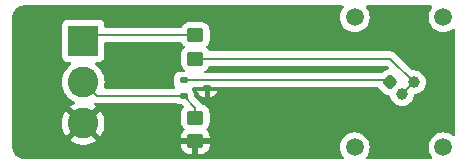
<source format=gbr>
%TF.GenerationSoftware,KiCad,Pcbnew,7.0.11-7.0.11~ubuntu22.04.1*%
%TF.CreationDate,2024-03-26T13:02:59+01:00*%
%TF.ProjectId,lasersender,6c617365-7273-4656-9e64-65722e6b6963,rev?*%
%TF.SameCoordinates,Original*%
%TF.FileFunction,Copper,L1,Top*%
%TF.FilePolarity,Positive*%
%FSLAX46Y46*%
G04 Gerber Fmt 4.6, Leading zero omitted, Abs format (unit mm)*
G04 Created by KiCad (PCBNEW 7.0.11-7.0.11~ubuntu22.04.1) date 2024-03-26 13:02:59*
%MOMM*%
%LPD*%
G01*
G04 APERTURE LIST*
G04 Aperture macros list*
%AMRoundRect*
0 Rectangle with rounded corners*
0 $1 Rounding radius*
0 $2 $3 $4 $5 $6 $7 $8 $9 X,Y pos of 4 corners*
0 Add a 4 corners polygon primitive as box body*
4,1,4,$2,$3,$4,$5,$6,$7,$8,$9,$2,$3,0*
0 Add four circle primitives for the rounded corners*
1,1,$1+$1,$2,$3*
1,1,$1+$1,$4,$5*
1,1,$1+$1,$6,$7*
1,1,$1+$1,$8,$9*
0 Add four rect primitives between the rounded corners*
20,1,$1+$1,$2,$3,$4,$5,0*
20,1,$1+$1,$4,$5,$6,$7,0*
20,1,$1+$1,$6,$7,$8,$9,0*
20,1,$1+$1,$8,$9,$2,$3,0*%
G04 Aperture macros list end*
%TA.AperFunction,SMDPad,CuDef*%
%ADD10RoundRect,0.112500X-0.237500X0.112500X-0.237500X-0.112500X0.237500X-0.112500X0.237500X0.112500X0*%
%TD*%
%TA.AperFunction,SMDPad,CuDef*%
%ADD11RoundRect,0.250000X-0.450000X0.350000X-0.450000X-0.350000X0.450000X-0.350000X0.450000X0.350000X0*%
%TD*%
%TA.AperFunction,ComponentPad*%
%ADD12RoundRect,0.250000X0.000000X-0.353553X0.353553X0.000000X0.000000X0.353553X-0.353553X0.000000X0*%
%TD*%
%TA.AperFunction,ComponentPad*%
%ADD13C,1.000000*%
%TD*%
%TA.AperFunction,ComponentPad*%
%ADD14R,2.600000X2.600000*%
%TD*%
%TA.AperFunction,ComponentPad*%
%ADD15C,2.600000*%
%TD*%
%TA.AperFunction,ViaPad*%
%ADD16C,0.600000*%
%TD*%
%TA.AperFunction,ViaPad*%
%ADD17C,1.500000*%
%TD*%
%TA.AperFunction,Conductor*%
%ADD18C,0.200000*%
%TD*%
G04 APERTURE END LIST*
D10*
%TO.P,Q1,1,D*%
%TO.N,Net-(Q1-D)*%
X123000000Y-94850000D03*
%TO.P,Q1,2,G*%
%TO.N,Net-(J1-Pin_2)*%
X123000000Y-96150000D03*
%TO.P,Q1,3,S*%
%TO.N,GND*%
X125000000Y-95500000D03*
%TD*%
D11*
%TO.P,R2,1*%
%TO.N,Net-(J1-Pin_2)*%
X124000000Y-98000000D03*
%TO.P,R2,2*%
%TO.N,GND*%
X124000000Y-100000000D03*
%TD*%
%TO.P,R1,1*%
%TO.N,+5V*%
X124000000Y-91000000D03*
%TO.P,R1,2*%
%TO.N,Net-(LD1-Pad2)*%
X124000000Y-93000000D03*
%TD*%
D12*
%TO.P,LD1,1*%
%TO.N,Net-(Q1-D)*%
X140500000Y-95000000D03*
D13*
%TO.P,LD1,2*%
%TO.N,Net-(LD1-Pad2)*%
X141500000Y-96000000D03*
%TO.P,LD1,3*%
X142500000Y-95000000D03*
%TD*%
D14*
%TO.P,J1,1,Pin_1*%
%TO.N,+5V*%
X114500000Y-91500000D03*
D15*
%TO.P,J1,2,Pin_2*%
%TO.N,Net-(J1-Pin_2)*%
X114500000Y-95000000D03*
%TO.P,J1,3,Pin_3*%
%TO.N,GND*%
X114500000Y-98500000D03*
%TD*%
D16*
%TO.N,GND*%
X135500000Y-94000000D03*
X121000000Y-93500000D03*
D17*
%TO.N,*%
X145000000Y-89500000D03*
X137500000Y-89500000D03*
X145000000Y-100500000D03*
X137500000Y-100500000D03*
%TD*%
D18*
%TO.N,Net-(J1-Pin_2)*%
X124000000Y-98000000D02*
X124000000Y-97150000D01*
X124000000Y-97150000D02*
X123000000Y-96150000D01*
%TO.N,Net-(LD1-Pad2)*%
X124000000Y-93000000D02*
X140500000Y-93000000D01*
X140500000Y-93000000D02*
X142500000Y-95000000D01*
%TO.N,+5V*%
X124000000Y-91000000D02*
X115000000Y-91000000D01*
X115000000Y-91000000D02*
X114500000Y-91500000D01*
%TO.N,Net-(J1-Pin_2)*%
X123000000Y-96150000D02*
X115650000Y-96150000D01*
X115650000Y-96150000D02*
X114500000Y-95000000D01*
%TO.N,Net-(Q1-D)*%
X140500000Y-95000000D02*
X140350000Y-94850000D01*
X140350000Y-94850000D02*
X123000000Y-94850000D01*
%TO.N,Net-(LD1-Pad2)*%
X142500000Y-95000000D02*
X141500000Y-96000000D01*
%TO.N,+5V*%
X115500000Y-90500000D02*
X114500000Y-91500000D01*
%TD*%
%TA.AperFunction,Conductor*%
%TO.N,GND*%
G36*
X122821131Y-91620185D02*
G01*
X122859636Y-91664271D01*
X122861395Y-91663187D01*
X122865185Y-91669331D01*
X122865186Y-91669334D01*
X122957288Y-91818656D01*
X122957289Y-91818657D01*
X123050951Y-91912319D01*
X123084436Y-91973642D01*
X123079452Y-92043334D01*
X123050951Y-92087681D01*
X122957289Y-92181342D01*
X122865187Y-92330663D01*
X122865185Y-92330668D01*
X122844094Y-92394318D01*
X122810001Y-92497203D01*
X122810001Y-92497204D01*
X122810000Y-92497204D01*
X122799500Y-92599983D01*
X122799500Y-93400001D01*
X122799501Y-93400019D01*
X122810000Y-93502796D01*
X122810001Y-93502799D01*
X122865185Y-93669331D01*
X122865187Y-93669336D01*
X122957289Y-93818657D01*
X123051451Y-93912819D01*
X123084936Y-93974142D01*
X123079952Y-94043834D01*
X123038080Y-94099767D01*
X122972616Y-94124184D01*
X122963770Y-94124500D01*
X122700606Y-94124500D01*
X122700584Y-94124501D01*
X122665847Y-94127234D01*
X122665844Y-94127235D01*
X122517113Y-94170445D01*
X122517111Y-94170445D01*
X122517111Y-94170446D01*
X122383805Y-94249282D01*
X122383796Y-94249289D01*
X122274289Y-94358796D01*
X122274282Y-94358805D01*
X122195446Y-94492111D01*
X122152234Y-94640847D01*
X122152234Y-94640849D01*
X122149500Y-94675589D01*
X122149500Y-95024393D01*
X122149501Y-95024415D01*
X122152234Y-95059152D01*
X122152234Y-95059155D01*
X122152235Y-95059156D01*
X122195445Y-95207887D01*
X122195446Y-95207888D01*
X122274282Y-95341194D01*
X122279068Y-95347364D01*
X122276994Y-95348971D01*
X122304390Y-95399142D01*
X122299406Y-95468834D01*
X122257534Y-95524767D01*
X122192070Y-95549184D01*
X122183224Y-95549500D01*
X116376876Y-95549500D01*
X116309837Y-95529815D01*
X116264082Y-95477011D01*
X116254138Y-95407853D01*
X116255985Y-95397908D01*
X116285383Y-95269103D01*
X116285383Y-95269101D01*
X116290852Y-95196129D01*
X116301116Y-95059152D01*
X116305549Y-95000004D01*
X116305549Y-94999995D01*
X116285383Y-94730898D01*
X116285383Y-94730897D01*
X116225334Y-94467805D01*
X116126743Y-94216602D01*
X115991815Y-93982898D01*
X115823561Y-93771915D01*
X115823560Y-93771914D01*
X115823557Y-93771910D01*
X115625741Y-93588365D01*
X115625737Y-93588362D01*
X115535663Y-93526950D01*
X115491363Y-93472924D01*
X115483304Y-93403521D01*
X115514047Y-93340778D01*
X115573831Y-93304616D01*
X115605517Y-93300499D01*
X115847871Y-93300499D01*
X115847872Y-93300499D01*
X115907483Y-93294091D01*
X116042331Y-93243796D01*
X116157546Y-93157546D01*
X116243796Y-93042331D01*
X116294091Y-92907483D01*
X116300500Y-92847873D01*
X116300500Y-91724500D01*
X116320185Y-91657461D01*
X116372989Y-91611706D01*
X116424500Y-91600500D01*
X122754092Y-91600500D01*
X122821131Y-91620185D01*
G37*
%TD.AperFunction*%
%TA.AperFunction,Conductor*%
G36*
X140266942Y-93620185D02*
G01*
X140287584Y-93636819D01*
X140363853Y-93713088D01*
X140397338Y-93774411D01*
X140392354Y-93844103D01*
X140350482Y-93900036D01*
X140304771Y-93921426D01*
X140241564Y-93936407D01*
X140084784Y-94015145D01*
X140084778Y-94015149D01*
X140004689Y-94080391D01*
X140004671Y-94080407D01*
X139871898Y-94213181D01*
X139810575Y-94246666D01*
X139784217Y-94249500D01*
X124858511Y-94249500D01*
X124791472Y-94229815D01*
X124745717Y-94177011D01*
X124735773Y-94107853D01*
X124764798Y-94044297D01*
X124793412Y-94019962D01*
X124918656Y-93942712D01*
X125042712Y-93818656D01*
X125134814Y-93669334D01*
X125134815Y-93669331D01*
X125138605Y-93663187D01*
X125140399Y-93664293D01*
X125179687Y-93619663D01*
X125245908Y-93600500D01*
X140199903Y-93600500D01*
X140266942Y-93620185D01*
G37*
%TD.AperFunction*%
%TA.AperFunction,Conductor*%
G36*
X136502115Y-88520185D02*
G01*
X136547870Y-88572989D01*
X136557814Y-88642147D01*
X136536651Y-88695623D01*
X136412900Y-88872357D01*
X136412898Y-88872361D01*
X136320426Y-89070668D01*
X136320422Y-89070677D01*
X136263793Y-89282020D01*
X136263793Y-89282024D01*
X136244723Y-89499997D01*
X136244723Y-89500002D01*
X136263793Y-89717975D01*
X136263793Y-89717979D01*
X136320422Y-89929322D01*
X136320424Y-89929326D01*
X136320425Y-89929330D01*
X136366661Y-90028484D01*
X136412897Y-90127638D01*
X136412898Y-90127639D01*
X136538402Y-90306877D01*
X136693123Y-90461598D01*
X136872361Y-90587102D01*
X137070670Y-90679575D01*
X137282023Y-90736207D01*
X137464926Y-90752208D01*
X137499998Y-90755277D01*
X137500000Y-90755277D01*
X137500002Y-90755277D01*
X137528254Y-90752805D01*
X137717977Y-90736207D01*
X137929330Y-90679575D01*
X138127639Y-90587102D01*
X138306877Y-90461598D01*
X138461598Y-90306877D01*
X138587102Y-90127639D01*
X138679575Y-89929330D01*
X138736207Y-89717977D01*
X138752805Y-89528254D01*
X138755277Y-89500002D01*
X138755277Y-89499997D01*
X138751569Y-89457618D01*
X138736207Y-89282023D01*
X138700381Y-89148318D01*
X138679577Y-89070677D01*
X138679576Y-89070676D01*
X138679575Y-89070670D01*
X138587102Y-88872362D01*
X138587100Y-88872359D01*
X138587099Y-88872357D01*
X138463349Y-88695623D01*
X138441022Y-88629417D01*
X138458032Y-88561650D01*
X138508980Y-88513837D01*
X138564924Y-88500500D01*
X143935076Y-88500500D01*
X144002115Y-88520185D01*
X144047870Y-88572989D01*
X144057814Y-88642147D01*
X144036651Y-88695623D01*
X143912900Y-88872357D01*
X143912898Y-88872361D01*
X143820426Y-89070668D01*
X143820422Y-89070677D01*
X143763793Y-89282020D01*
X143763793Y-89282024D01*
X143744723Y-89499997D01*
X143744723Y-89500002D01*
X143763793Y-89717975D01*
X143763793Y-89717979D01*
X143820422Y-89929322D01*
X143820424Y-89929326D01*
X143820425Y-89929330D01*
X143866661Y-90028484D01*
X143912897Y-90127638D01*
X143912898Y-90127639D01*
X144038402Y-90306877D01*
X144193123Y-90461598D01*
X144372361Y-90587102D01*
X144570670Y-90679575D01*
X144782023Y-90736207D01*
X144964926Y-90752208D01*
X144999998Y-90755277D01*
X145000000Y-90755277D01*
X145000002Y-90755277D01*
X145028254Y-90752805D01*
X145217977Y-90736207D01*
X145429330Y-90679575D01*
X145627639Y-90587102D01*
X145804379Y-90463346D01*
X145870582Y-90441020D01*
X145938349Y-90458030D01*
X145986162Y-90508977D01*
X145999500Y-90564922D01*
X145999500Y-99435077D01*
X145979815Y-99502116D01*
X145927011Y-99547871D01*
X145857853Y-99557815D01*
X145804380Y-99536653D01*
X145627639Y-99412898D01*
X145627640Y-99412898D01*
X145627638Y-99412897D01*
X145528484Y-99366661D01*
X145429330Y-99320425D01*
X145429326Y-99320424D01*
X145429322Y-99320422D01*
X145217977Y-99263793D01*
X145000002Y-99244723D01*
X144999998Y-99244723D01*
X144854682Y-99257436D01*
X144782023Y-99263793D01*
X144782020Y-99263793D01*
X144570677Y-99320422D01*
X144570668Y-99320426D01*
X144372361Y-99412898D01*
X144372357Y-99412900D01*
X144193121Y-99538402D01*
X144038402Y-99693121D01*
X143912900Y-99872357D01*
X143912898Y-99872361D01*
X143820426Y-100070668D01*
X143820422Y-100070677D01*
X143763793Y-100282020D01*
X143763793Y-100282024D01*
X143744723Y-100499997D01*
X143744723Y-100500002D01*
X143763793Y-100717975D01*
X143763793Y-100717979D01*
X143820422Y-100929322D01*
X143820424Y-100929326D01*
X143820425Y-100929330D01*
X143857405Y-101008633D01*
X143912897Y-101127638D01*
X143928653Y-101150140D01*
X144036653Y-101304379D01*
X144058979Y-101370582D01*
X144041969Y-101438350D01*
X143991021Y-101486163D01*
X143935077Y-101499500D01*
X138564923Y-101499500D01*
X138497884Y-101479815D01*
X138452129Y-101427011D01*
X138442185Y-101357853D01*
X138463346Y-101304380D01*
X138587102Y-101127639D01*
X138679575Y-100929330D01*
X138736207Y-100717977D01*
X138755277Y-100500000D01*
X138754803Y-100494586D01*
X138746526Y-100399973D01*
X138736207Y-100282023D01*
X138679575Y-100070670D01*
X138587102Y-99872362D01*
X138587100Y-99872359D01*
X138587099Y-99872357D01*
X138461599Y-99693124D01*
X138461596Y-99693121D01*
X138306877Y-99538402D01*
X138127639Y-99412898D01*
X138127640Y-99412898D01*
X138127638Y-99412897D01*
X138028484Y-99366661D01*
X137929330Y-99320425D01*
X137929326Y-99320424D01*
X137929322Y-99320422D01*
X137717977Y-99263793D01*
X137500002Y-99244723D01*
X137499998Y-99244723D01*
X137354682Y-99257436D01*
X137282023Y-99263793D01*
X137282020Y-99263793D01*
X137070677Y-99320422D01*
X137070668Y-99320426D01*
X136872361Y-99412898D01*
X136872357Y-99412900D01*
X136693121Y-99538402D01*
X136538402Y-99693121D01*
X136412900Y-99872357D01*
X136412898Y-99872361D01*
X136320426Y-100070668D01*
X136320422Y-100070677D01*
X136263793Y-100282020D01*
X136263793Y-100282024D01*
X136244723Y-100499997D01*
X136244723Y-100500002D01*
X136263793Y-100717975D01*
X136263793Y-100717979D01*
X136320422Y-100929322D01*
X136320424Y-100929326D01*
X136320425Y-100929330D01*
X136357405Y-101008633D01*
X136412897Y-101127638D01*
X136428653Y-101150140D01*
X136536653Y-101304379D01*
X136558979Y-101370582D01*
X136541969Y-101438350D01*
X136491021Y-101486163D01*
X136435077Y-101499500D01*
X109505413Y-101499500D01*
X109494605Y-101499028D01*
X109337246Y-101485260D01*
X109315961Y-101481507D01*
X109168630Y-101442030D01*
X109148318Y-101434637D01*
X109010084Y-101370177D01*
X108991366Y-101359370D01*
X108866417Y-101271880D01*
X108849859Y-101257986D01*
X108742013Y-101150140D01*
X108728119Y-101133582D01*
X108640629Y-101008633D01*
X108629822Y-100989915D01*
X108565362Y-100851681D01*
X108557969Y-100831369D01*
X108549882Y-100801188D01*
X108518491Y-100684035D01*
X108514739Y-100662752D01*
X108500972Y-100505393D01*
X108500500Y-100494586D01*
X108500500Y-95000004D01*
X112694451Y-95000004D01*
X112714616Y-95269101D01*
X112774664Y-95532188D01*
X112774666Y-95532195D01*
X112873256Y-95783396D01*
X112873258Y-95783400D01*
X112901770Y-95832784D01*
X113008185Y-96017102D01*
X113115176Y-96151264D01*
X113176442Y-96228089D01*
X113363183Y-96401358D01*
X113374259Y-96411635D01*
X113597226Y-96563651D01*
X113597231Y-96563653D01*
X113597232Y-96563654D01*
X113597233Y-96563655D01*
X113709030Y-96617493D01*
X113752770Y-96638557D01*
X113804630Y-96685379D01*
X113822943Y-96752806D01*
X113801895Y-96819430D01*
X113752771Y-96861997D01*
X113597480Y-96936781D01*
X113597476Y-96936783D01*
X113414848Y-97061296D01*
X114252465Y-97898913D01*
X114184371Y-97925874D01*
X114051508Y-98022405D01*
X113946825Y-98148945D01*
X113898368Y-98251921D01*
X113062295Y-97415848D01*
X113008600Y-97483180D01*
X112873709Y-97716818D01*
X112775148Y-97967947D01*
X112775142Y-97967966D01*
X112715113Y-98230971D01*
X112715113Y-98230973D01*
X112694953Y-98499995D01*
X112694953Y-98500004D01*
X112715113Y-98769026D01*
X112715113Y-98769028D01*
X112775142Y-99032033D01*
X112775148Y-99032052D01*
X112873709Y-99283181D01*
X112873708Y-99283181D01*
X113008602Y-99516822D01*
X113062294Y-99584151D01*
X113062295Y-99584151D01*
X113897452Y-98748993D01*
X113907188Y-98778956D01*
X113995186Y-98917619D01*
X114114903Y-99030040D01*
X114249510Y-99104041D01*
X113414848Y-99938702D01*
X113597483Y-100063220D01*
X113597485Y-100063221D01*
X113840539Y-100180269D01*
X113840537Y-100180269D01*
X114098337Y-100259790D01*
X114098343Y-100259792D01*
X114365101Y-100299999D01*
X114365110Y-100300000D01*
X114634890Y-100300000D01*
X114634898Y-100299999D01*
X114901656Y-100259792D01*
X114901662Y-100259790D01*
X114933400Y-100250000D01*
X122800001Y-100250000D01*
X122800001Y-100399986D01*
X122810494Y-100502697D01*
X122865641Y-100669119D01*
X122865643Y-100669124D01*
X122957684Y-100818345D01*
X123081654Y-100942315D01*
X123230875Y-101034356D01*
X123230880Y-101034358D01*
X123397302Y-101089505D01*
X123397309Y-101089506D01*
X123500019Y-101099999D01*
X123749999Y-101099999D01*
X123750000Y-101099998D01*
X123750000Y-100250000D01*
X124250000Y-100250000D01*
X124250000Y-101099999D01*
X124499972Y-101099999D01*
X124499986Y-101099998D01*
X124602697Y-101089505D01*
X124769119Y-101034358D01*
X124769124Y-101034356D01*
X124918345Y-100942315D01*
X125042315Y-100818345D01*
X125134356Y-100669124D01*
X125134358Y-100669119D01*
X125189505Y-100502697D01*
X125189506Y-100502690D01*
X125199999Y-100399986D01*
X125200000Y-100399973D01*
X125200000Y-100250000D01*
X124250000Y-100250000D01*
X123750000Y-100250000D01*
X122800001Y-100250000D01*
X114933400Y-100250000D01*
X115159461Y-100180269D01*
X115402521Y-100063218D01*
X115585150Y-99938702D01*
X114747534Y-99101086D01*
X114815629Y-99074126D01*
X114948492Y-98977595D01*
X115053175Y-98851055D01*
X115101631Y-98748079D01*
X115937703Y-99584151D01*
X115937704Y-99584150D01*
X115991393Y-99516828D01*
X115991400Y-99516817D01*
X116126290Y-99283181D01*
X116224851Y-99032052D01*
X116224857Y-99032033D01*
X116284886Y-98769028D01*
X116284886Y-98769026D01*
X116305047Y-98500004D01*
X116305047Y-98499995D01*
X116284886Y-98230973D01*
X116284886Y-98230971D01*
X116224857Y-97967966D01*
X116224851Y-97967947D01*
X116126290Y-97716818D01*
X116126291Y-97716818D01*
X115991397Y-97483177D01*
X115937704Y-97415847D01*
X115102546Y-98251004D01*
X115092812Y-98221044D01*
X115004814Y-98082381D01*
X114885097Y-97969960D01*
X114750489Y-97895958D01*
X115585150Y-97061296D01*
X115444399Y-96965334D01*
X115400097Y-96911305D01*
X115392038Y-96841901D01*
X115422781Y-96779159D01*
X115482565Y-96742997D01*
X115530435Y-96739941D01*
X115600097Y-96749112D01*
X115649999Y-96755682D01*
X115650000Y-96755682D01*
X115681302Y-96751560D01*
X115697487Y-96750500D01*
X122349516Y-96750500D01*
X122412637Y-96767768D01*
X122517113Y-96829555D01*
X122665844Y-96872765D01*
X122700595Y-96875500D01*
X122824901Y-96875499D01*
X122891941Y-96895183D01*
X122912583Y-96911818D01*
X122982017Y-96981252D01*
X123015502Y-97042575D01*
X123010518Y-97112267D01*
X122982019Y-97156613D01*
X122957289Y-97181343D01*
X122865187Y-97330663D01*
X122865186Y-97330666D01*
X122810001Y-97497203D01*
X122810001Y-97497204D01*
X122810000Y-97497204D01*
X122799500Y-97599983D01*
X122799500Y-98400001D01*
X122799501Y-98400019D01*
X122810000Y-98502796D01*
X122810001Y-98502799D01*
X122849755Y-98622766D01*
X122865186Y-98669334D01*
X122926677Y-98769028D01*
X122957289Y-98818657D01*
X123051304Y-98912672D01*
X123084789Y-98973995D01*
X123079805Y-99043687D01*
X123051305Y-99088034D01*
X122957682Y-99181657D01*
X122865643Y-99330875D01*
X122865641Y-99330880D01*
X122810494Y-99497302D01*
X122810493Y-99497309D01*
X122800000Y-99600013D01*
X122800000Y-99750000D01*
X125199999Y-99750000D01*
X125199999Y-99600028D01*
X125199998Y-99600013D01*
X125189505Y-99497302D01*
X125134358Y-99330880D01*
X125134356Y-99330875D01*
X125042315Y-99181654D01*
X124948695Y-99088034D01*
X124915210Y-99026711D01*
X124920194Y-98957019D01*
X124948691Y-98912676D01*
X125042712Y-98818656D01*
X125134814Y-98669334D01*
X125189999Y-98502797D01*
X125200500Y-98400009D01*
X125200499Y-97599992D01*
X125189999Y-97497203D01*
X125134814Y-97330666D01*
X125042712Y-97181344D01*
X124918656Y-97057288D01*
X124769334Y-96965186D01*
X124602797Y-96910001D01*
X124602795Y-96910000D01*
X124596371Y-96907872D01*
X124597301Y-96905064D01*
X124547345Y-96878001D01*
X124527347Y-96852027D01*
X124524536Y-96847158D01*
X124515907Y-96835914D01*
X124515902Y-96835908D01*
X124511027Y-96829555D01*
X124428282Y-96721718D01*
X124414162Y-96710883D01*
X124403228Y-96702493D01*
X124391034Y-96691799D01*
X123886818Y-96187583D01*
X123853333Y-96126260D01*
X123850499Y-96099902D01*
X123850499Y-95975606D01*
X123850498Y-95975584D01*
X123847765Y-95940847D01*
X123847765Y-95940844D01*
X123804555Y-95792113D01*
X123764865Y-95725001D01*
X124157358Y-95725001D01*
X124195906Y-95857681D01*
X124195907Y-95857684D01*
X124274682Y-95990885D01*
X124274688Y-95990894D01*
X124384105Y-96100311D01*
X124384114Y-96100317D01*
X124517315Y-96179092D01*
X124517318Y-96179093D01*
X124665915Y-96222265D01*
X124665927Y-96222267D01*
X124700646Y-96224999D01*
X124774999Y-96224998D01*
X124775000Y-96224998D01*
X124775000Y-95725000D01*
X125225000Y-95725000D01*
X125225000Y-96224999D01*
X125299342Y-96224999D01*
X125299363Y-96224998D01*
X125334078Y-96222266D01*
X125482681Y-96179093D01*
X125482684Y-96179092D01*
X125615885Y-96100317D01*
X125615894Y-96100311D01*
X125725311Y-95990894D01*
X125725317Y-95990885D01*
X125804092Y-95857684D01*
X125804093Y-95857681D01*
X125842641Y-95725001D01*
X125842640Y-95725000D01*
X125225000Y-95725000D01*
X124775000Y-95725000D01*
X124157360Y-95725000D01*
X124157358Y-95725001D01*
X123764865Y-95725001D01*
X123725715Y-95658802D01*
X123725713Y-95658800D01*
X123720932Y-95652636D01*
X123723005Y-95651028D01*
X123695610Y-95600858D01*
X123700594Y-95531166D01*
X123742466Y-95475233D01*
X123807930Y-95450816D01*
X123816776Y-95450500D01*
X139484965Y-95450500D01*
X139552004Y-95470185D01*
X139577897Y-95493321D01*
X139578282Y-95492975D01*
X139580395Y-95495315D01*
X139580401Y-95495322D01*
X140004678Y-95919597D01*
X140004686Y-95919603D01*
X140004691Y-95919608D01*
X140084777Y-95984849D01*
X140084780Y-95984851D01*
X140084785Y-95984855D01*
X140241567Y-96063593D01*
X140241569Y-96063594D01*
X140419306Y-96105720D01*
X140418740Y-96108104D01*
X140472347Y-96130875D01*
X140511678Y-96188623D01*
X140512337Y-96190727D01*
X140513975Y-96196129D01*
X140513976Y-96196132D01*
X140571186Y-96384727D01*
X140571188Y-96384733D01*
X140664086Y-96558532D01*
X140664090Y-96558539D01*
X140789116Y-96710883D01*
X140941459Y-96835908D01*
X140941467Y-96835913D01*
X141115266Y-96928811D01*
X141115269Y-96928811D01*
X141115273Y-96928814D01*
X141303868Y-96986024D01*
X141500000Y-97005341D01*
X141696132Y-96986024D01*
X141884727Y-96928814D01*
X142058538Y-96835910D01*
X142058539Y-96835908D01*
X142058541Y-96835908D01*
X142210883Y-96710883D01*
X142270240Y-96638557D01*
X142335910Y-96558538D01*
X142382362Y-96471632D01*
X142428811Y-96384733D01*
X142428811Y-96384732D01*
X142428814Y-96384727D01*
X142486024Y-96196132D01*
X142494887Y-96106135D01*
X142521047Y-96041350D01*
X142578081Y-96000990D01*
X142606132Y-95994887D01*
X142696132Y-95986024D01*
X142884727Y-95928814D01*
X142901951Y-95919608D01*
X143058532Y-95835913D01*
X143058538Y-95835910D01*
X143210883Y-95710883D01*
X143335910Y-95558538D01*
X143428814Y-95384727D01*
X143486024Y-95196132D01*
X143505341Y-95000000D01*
X143486024Y-94803868D01*
X143428814Y-94615273D01*
X143428811Y-94615269D01*
X143428811Y-94615266D01*
X143335913Y-94441467D01*
X143335909Y-94441460D01*
X143210883Y-94289116D01*
X143058539Y-94164090D01*
X143058532Y-94164086D01*
X142884733Y-94071188D01*
X142884727Y-94071186D01*
X142696132Y-94013976D01*
X142696129Y-94013975D01*
X142500000Y-93994659D01*
X142499999Y-93994659D01*
X142416252Y-94002906D01*
X142347606Y-93989886D01*
X142316419Y-93967184D01*
X140958199Y-92608964D01*
X140947504Y-92596769D01*
X140928283Y-92571719D01*
X140831173Y-92497204D01*
X140802841Y-92475464D01*
X140656762Y-92414956D01*
X140656760Y-92414955D01*
X140539361Y-92399500D01*
X140500000Y-92394318D01*
X140468697Y-92398439D01*
X140452513Y-92399500D01*
X125245908Y-92399500D01*
X125178869Y-92379815D01*
X125140363Y-92335728D01*
X125138605Y-92336813D01*
X125134812Y-92330663D01*
X125042712Y-92181344D01*
X124949049Y-92087681D01*
X124915564Y-92026358D01*
X124920548Y-91956666D01*
X124949049Y-91912319D01*
X125042712Y-91818656D01*
X125134814Y-91669334D01*
X125189999Y-91502797D01*
X125200500Y-91400009D01*
X125200499Y-90599992D01*
X125189999Y-90497203D01*
X125134814Y-90330666D01*
X125042712Y-90181344D01*
X124918656Y-90057288D01*
X124769334Y-89965186D01*
X124602797Y-89910001D01*
X124602795Y-89910000D01*
X124500010Y-89899500D01*
X123499998Y-89899500D01*
X123499980Y-89899501D01*
X123397203Y-89910000D01*
X123397200Y-89910001D01*
X123230668Y-89965185D01*
X123230663Y-89965187D01*
X123081342Y-90057289D01*
X122957289Y-90181342D01*
X122957288Y-90181344D01*
X122867441Y-90327011D01*
X122861395Y-90336813D01*
X122859600Y-90335706D01*
X122820313Y-90380337D01*
X122754092Y-90399500D01*
X116424499Y-90399500D01*
X116357460Y-90379815D01*
X116311705Y-90327011D01*
X116300499Y-90275500D01*
X116300499Y-90152129D01*
X116300498Y-90152123D01*
X116300497Y-90152116D01*
X116294091Y-90092517D01*
X116280951Y-90057288D01*
X116243797Y-89957671D01*
X116243793Y-89957664D01*
X116157547Y-89842455D01*
X116157544Y-89842452D01*
X116042335Y-89756206D01*
X116042328Y-89756202D01*
X115907482Y-89705908D01*
X115907483Y-89705908D01*
X115847883Y-89699501D01*
X115847881Y-89699500D01*
X115847873Y-89699500D01*
X115847864Y-89699500D01*
X113152129Y-89699500D01*
X113152123Y-89699501D01*
X113092516Y-89705908D01*
X112957671Y-89756202D01*
X112957664Y-89756206D01*
X112842455Y-89842452D01*
X112842452Y-89842455D01*
X112756206Y-89957664D01*
X112756202Y-89957671D01*
X112705908Y-90092517D01*
X112699501Y-90152116D01*
X112699501Y-90152123D01*
X112699500Y-90152135D01*
X112699500Y-92847870D01*
X112699501Y-92847876D01*
X112705908Y-92907483D01*
X112756202Y-93042328D01*
X112756206Y-93042335D01*
X112842452Y-93157544D01*
X112842455Y-93157547D01*
X112957664Y-93243793D01*
X112957671Y-93243797D01*
X113002618Y-93260561D01*
X113092517Y-93294091D01*
X113152127Y-93300500D01*
X113394483Y-93300499D01*
X113461521Y-93320183D01*
X113507276Y-93372987D01*
X113517220Y-93442146D01*
X113488195Y-93505701D01*
X113464334Y-93526952D01*
X113374262Y-93588362D01*
X113176442Y-93771910D01*
X113008185Y-93982898D01*
X112873258Y-94216599D01*
X112873256Y-94216603D01*
X112774666Y-94467804D01*
X112774664Y-94467811D01*
X112714616Y-94730898D01*
X112694451Y-94999995D01*
X112694451Y-95000004D01*
X108500500Y-95000004D01*
X108500500Y-89505413D01*
X108500972Y-89494606D01*
X108503632Y-89464201D01*
X108514739Y-89337242D01*
X108518490Y-89315966D01*
X108557969Y-89168627D01*
X108565362Y-89148318D01*
X108629823Y-89010081D01*
X108640629Y-88991366D01*
X108728119Y-88866417D01*
X108742007Y-88849865D01*
X108849865Y-88742007D01*
X108866417Y-88728119D01*
X108991366Y-88640629D01*
X109010081Y-88629823D01*
X109148320Y-88565361D01*
X109168627Y-88557969D01*
X109315966Y-88518490D01*
X109337242Y-88514739D01*
X109469885Y-88503134D01*
X109494606Y-88500972D01*
X109505413Y-88500500D01*
X109565892Y-88500500D01*
X136435076Y-88500500D01*
X136502115Y-88520185D01*
G37*
%TD.AperFunction*%
%TD*%
M02*

</source>
